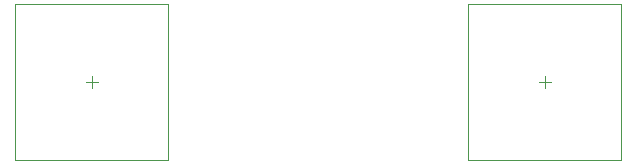
<source format=gbr>
%TF.GenerationSoftware,Altium Limited,Altium Designer,22.2.1 (43)*%
G04 Layer_Color=32768*
%FSLAX44Y44*%
%MOMM*%
%TF.SameCoordinates,040CE2E0-B857-4D47-B26F-9B72162B56B4*%
%TF.FilePolarity,Positive*%
%TF.FileFunction,Other,Top_Courtyard*%
%TF.Part,Single*%
G01*
G75*
%TA.AperFunction,NonConductor*%
%ADD185C,0.0500*%
D185*
X847170Y1002030D02*
X857170D01*
X852170Y997030D02*
Y1007030D01*
X787670Y936030D02*
X916670D01*
X787670D02*
Y1068030D01*
X916670D01*
Y936030D02*
Y1068030D01*
X1230710Y1002030D02*
X1240710D01*
X1235710Y997030D02*
Y1007030D01*
X1171210Y936030D02*
X1300210D01*
X1171210D02*
Y1068030D01*
X1300210D01*
Y936030D02*
Y1068030D01*
%TF.MD5,8ec13733fcd706c024e4a72d10b2c4bd*%
M02*

</source>
